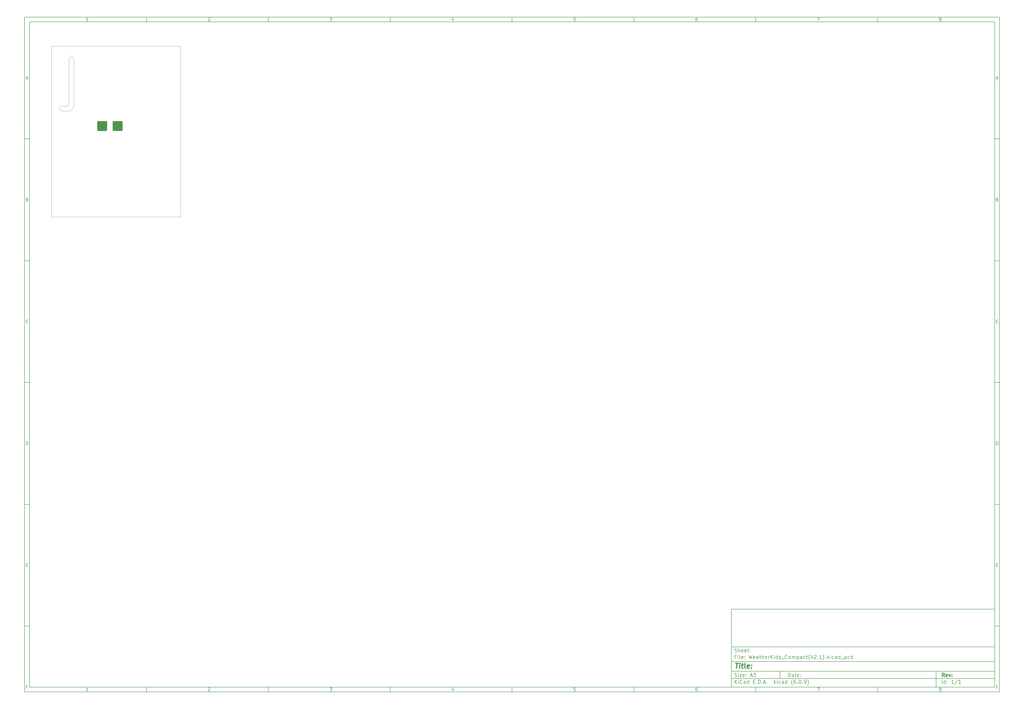
<source format=gbr>
%TF.GenerationSoftware,KiCad,Pcbnew,(6.0.9)*%
%TF.CreationDate,2023-07-18T14:40:25+05:30*%
%TF.ProjectId,WeatherKids_Compact(V2.1),57656174-6865-4724-9b69-64735f436f6d,rev?*%
%TF.SameCoordinates,PX1406f40PY14fb180*%
%TF.FileFunction,Paste,Bot*%
%TF.FilePolarity,Positive*%
%FSLAX46Y46*%
G04 Gerber Fmt 4.6, Leading zero omitted, Abs format (unit mm)*
G04 Created by KiCad (PCBNEW (6.0.9)) date 2023-07-18 14:40:25*
%MOMM*%
%LPD*%
G01*
G04 APERTURE LIST*
G04 Aperture macros list*
%AMRoundRect*
0 Rectangle with rounded corners*
0 $1 Rounding radius*
0 $2 $3 $4 $5 $6 $7 $8 $9 X,Y pos of 4 corners*
0 Add a 4 corners polygon primitive as box body*
4,1,4,$2,$3,$4,$5,$6,$7,$8,$9,$2,$3,0*
0 Add four circle primitives for the rounded corners*
1,1,$1+$1,$2,$3*
1,1,$1+$1,$4,$5*
1,1,$1+$1,$6,$7*
1,1,$1+$1,$8,$9*
0 Add four rect primitives between the rounded corners*
20,1,$1+$1,$2,$3,$4,$5,0*
20,1,$1+$1,$4,$5,$6,$7,0*
20,1,$1+$1,$6,$7,$8,$9,0*
20,1,$1+$1,$8,$9,$2,$3,0*%
G04 Aperture macros list end*
%ADD10C,0.100000*%
%ADD11C,0.150000*%
%ADD12C,0.300000*%
%ADD13C,0.400000*%
%TA.AperFunction,Profile*%
%ADD14C,0.050000*%
%TD*%
%ADD15RoundRect,0.227272X-1.772728X-1.772728X1.772728X-1.772728X1.772728X1.772728X-1.772728X1.772728X0*%
G04 APERTURE END LIST*
D10*
D11*
X278989000Y-231002200D02*
X278989000Y-263002200D01*
X386989000Y-263002200D01*
X386989000Y-231002200D01*
X278989000Y-231002200D01*
D10*
D11*
X-11000000Y12000000D02*
X-11000000Y-265002200D01*
X388989000Y-265002200D01*
X388989000Y12000000D01*
X-11000000Y12000000D01*
D10*
D11*
X-9000000Y10000000D02*
X-9000000Y-263002200D01*
X386989000Y-263002200D01*
X386989000Y10000000D01*
X-9000000Y10000000D01*
D10*
D11*
X39000000Y10000000D02*
X39000000Y12000000D01*
D10*
D11*
X89000000Y10000000D02*
X89000000Y12000000D01*
D10*
D11*
X139000000Y10000000D02*
X139000000Y12000000D01*
D10*
D11*
X189000000Y10000000D02*
X189000000Y12000000D01*
D10*
D11*
X239000000Y10000000D02*
X239000000Y12000000D01*
D10*
D11*
X289000000Y10000000D02*
X289000000Y12000000D01*
D10*
D11*
X339000000Y10000000D02*
X339000000Y12000000D01*
D10*
D11*
X15065476Y10411905D02*
X14322619Y10411905D01*
X14694047Y10411905D02*
X14694047Y11711905D01*
X14570238Y11526191D01*
X14446428Y11402381D01*
X14322619Y11340477D01*
D10*
D11*
X64322619Y11588096D02*
X64384523Y11650000D01*
X64508333Y11711905D01*
X64817857Y11711905D01*
X64941666Y11650000D01*
X65003571Y11588096D01*
X65065476Y11464286D01*
X65065476Y11340477D01*
X65003571Y11154762D01*
X64260714Y10411905D01*
X65065476Y10411905D01*
D10*
D11*
X114260714Y11711905D02*
X115065476Y11711905D01*
X114632142Y11216667D01*
X114817857Y11216667D01*
X114941666Y11154762D01*
X115003571Y11092858D01*
X115065476Y10969048D01*
X115065476Y10659524D01*
X115003571Y10535715D01*
X114941666Y10473810D01*
X114817857Y10411905D01*
X114446428Y10411905D01*
X114322619Y10473810D01*
X114260714Y10535715D01*
D10*
D11*
X164941666Y11278572D02*
X164941666Y10411905D01*
X164632142Y11773810D02*
X164322619Y10845239D01*
X165127380Y10845239D01*
D10*
D11*
X215003571Y11711905D02*
X214384523Y11711905D01*
X214322619Y11092858D01*
X214384523Y11154762D01*
X214508333Y11216667D01*
X214817857Y11216667D01*
X214941666Y11154762D01*
X215003571Y11092858D01*
X215065476Y10969048D01*
X215065476Y10659524D01*
X215003571Y10535715D01*
X214941666Y10473810D01*
X214817857Y10411905D01*
X214508333Y10411905D01*
X214384523Y10473810D01*
X214322619Y10535715D01*
D10*
D11*
X264941666Y11711905D02*
X264694047Y11711905D01*
X264570238Y11650000D01*
X264508333Y11588096D01*
X264384523Y11402381D01*
X264322619Y11154762D01*
X264322619Y10659524D01*
X264384523Y10535715D01*
X264446428Y10473810D01*
X264570238Y10411905D01*
X264817857Y10411905D01*
X264941666Y10473810D01*
X265003571Y10535715D01*
X265065476Y10659524D01*
X265065476Y10969048D01*
X265003571Y11092858D01*
X264941666Y11154762D01*
X264817857Y11216667D01*
X264570238Y11216667D01*
X264446428Y11154762D01*
X264384523Y11092858D01*
X264322619Y10969048D01*
D10*
D11*
X314260714Y11711905D02*
X315127380Y11711905D01*
X314570238Y10411905D01*
D10*
D11*
X364570238Y11154762D02*
X364446428Y11216667D01*
X364384523Y11278572D01*
X364322619Y11402381D01*
X364322619Y11464286D01*
X364384523Y11588096D01*
X364446428Y11650000D01*
X364570238Y11711905D01*
X364817857Y11711905D01*
X364941666Y11650000D01*
X365003571Y11588096D01*
X365065476Y11464286D01*
X365065476Y11402381D01*
X365003571Y11278572D01*
X364941666Y11216667D01*
X364817857Y11154762D01*
X364570238Y11154762D01*
X364446428Y11092858D01*
X364384523Y11030953D01*
X364322619Y10907143D01*
X364322619Y10659524D01*
X364384523Y10535715D01*
X364446428Y10473810D01*
X364570238Y10411905D01*
X364817857Y10411905D01*
X364941666Y10473810D01*
X365003571Y10535715D01*
X365065476Y10659524D01*
X365065476Y10907143D01*
X365003571Y11030953D01*
X364941666Y11092858D01*
X364817857Y11154762D01*
D10*
D11*
X39000000Y-263002200D02*
X39000000Y-265002200D01*
D10*
D11*
X89000000Y-263002200D02*
X89000000Y-265002200D01*
D10*
D11*
X139000000Y-263002200D02*
X139000000Y-265002200D01*
D10*
D11*
X189000000Y-263002200D02*
X189000000Y-265002200D01*
D10*
D11*
X239000000Y-263002200D02*
X239000000Y-265002200D01*
D10*
D11*
X289000000Y-263002200D02*
X289000000Y-265002200D01*
D10*
D11*
X339000000Y-263002200D02*
X339000000Y-265002200D01*
D10*
D11*
X15065476Y-264590295D02*
X14322619Y-264590295D01*
X14694047Y-264590295D02*
X14694047Y-263290295D01*
X14570238Y-263476009D01*
X14446428Y-263599819D01*
X14322619Y-263661723D01*
D10*
D11*
X64322619Y-263414104D02*
X64384523Y-263352200D01*
X64508333Y-263290295D01*
X64817857Y-263290295D01*
X64941666Y-263352200D01*
X65003571Y-263414104D01*
X65065476Y-263537914D01*
X65065476Y-263661723D01*
X65003571Y-263847438D01*
X64260714Y-264590295D01*
X65065476Y-264590295D01*
D10*
D11*
X114260714Y-263290295D02*
X115065476Y-263290295D01*
X114632142Y-263785533D01*
X114817857Y-263785533D01*
X114941666Y-263847438D01*
X115003571Y-263909342D01*
X115065476Y-264033152D01*
X115065476Y-264342676D01*
X115003571Y-264466485D01*
X114941666Y-264528390D01*
X114817857Y-264590295D01*
X114446428Y-264590295D01*
X114322619Y-264528390D01*
X114260714Y-264466485D01*
D10*
D11*
X164941666Y-263723628D02*
X164941666Y-264590295D01*
X164632142Y-263228390D02*
X164322619Y-264156961D01*
X165127380Y-264156961D01*
D10*
D11*
X215003571Y-263290295D02*
X214384523Y-263290295D01*
X214322619Y-263909342D01*
X214384523Y-263847438D01*
X214508333Y-263785533D01*
X214817857Y-263785533D01*
X214941666Y-263847438D01*
X215003571Y-263909342D01*
X215065476Y-264033152D01*
X215065476Y-264342676D01*
X215003571Y-264466485D01*
X214941666Y-264528390D01*
X214817857Y-264590295D01*
X214508333Y-264590295D01*
X214384523Y-264528390D01*
X214322619Y-264466485D01*
D10*
D11*
X264941666Y-263290295D02*
X264694047Y-263290295D01*
X264570238Y-263352200D01*
X264508333Y-263414104D01*
X264384523Y-263599819D01*
X264322619Y-263847438D01*
X264322619Y-264342676D01*
X264384523Y-264466485D01*
X264446428Y-264528390D01*
X264570238Y-264590295D01*
X264817857Y-264590295D01*
X264941666Y-264528390D01*
X265003571Y-264466485D01*
X265065476Y-264342676D01*
X265065476Y-264033152D01*
X265003571Y-263909342D01*
X264941666Y-263847438D01*
X264817857Y-263785533D01*
X264570238Y-263785533D01*
X264446428Y-263847438D01*
X264384523Y-263909342D01*
X264322619Y-264033152D01*
D10*
D11*
X314260714Y-263290295D02*
X315127380Y-263290295D01*
X314570238Y-264590295D01*
D10*
D11*
X364570238Y-263847438D02*
X364446428Y-263785533D01*
X364384523Y-263723628D01*
X364322619Y-263599819D01*
X364322619Y-263537914D01*
X364384523Y-263414104D01*
X364446428Y-263352200D01*
X364570238Y-263290295D01*
X364817857Y-263290295D01*
X364941666Y-263352200D01*
X365003571Y-263414104D01*
X365065476Y-263537914D01*
X365065476Y-263599819D01*
X365003571Y-263723628D01*
X364941666Y-263785533D01*
X364817857Y-263847438D01*
X364570238Y-263847438D01*
X364446428Y-263909342D01*
X364384523Y-263971247D01*
X364322619Y-264095057D01*
X364322619Y-264342676D01*
X364384523Y-264466485D01*
X364446428Y-264528390D01*
X364570238Y-264590295D01*
X364817857Y-264590295D01*
X364941666Y-264528390D01*
X365003571Y-264466485D01*
X365065476Y-264342676D01*
X365065476Y-264095057D01*
X365003571Y-263971247D01*
X364941666Y-263909342D01*
X364817857Y-263847438D01*
D10*
D11*
X-11000000Y-38000000D02*
X-9000000Y-38000000D01*
D10*
D11*
X-11000000Y-88000000D02*
X-9000000Y-88000000D01*
D10*
D11*
X-11000000Y-138000000D02*
X-9000000Y-138000000D01*
D10*
D11*
X-11000000Y-188000000D02*
X-9000000Y-188000000D01*
D10*
D11*
X-11000000Y-238000000D02*
X-9000000Y-238000000D01*
D10*
D11*
X-10309524Y-13216666D02*
X-9690477Y-13216666D01*
X-10433334Y-13588095D02*
X-10000000Y-12288095D01*
X-9566667Y-13588095D01*
D10*
D11*
X-9907143Y-62907142D02*
X-9721429Y-62969047D01*
X-9659524Y-63030952D01*
X-9597620Y-63154761D01*
X-9597620Y-63340476D01*
X-9659524Y-63464285D01*
X-9721429Y-63526190D01*
X-9845239Y-63588095D01*
X-10340477Y-63588095D01*
X-10340477Y-62288095D01*
X-9907143Y-62288095D01*
X-9783334Y-62350000D01*
X-9721429Y-62411904D01*
X-9659524Y-62535714D01*
X-9659524Y-62659523D01*
X-9721429Y-62783333D01*
X-9783334Y-62845238D01*
X-9907143Y-62907142D01*
X-10340477Y-62907142D01*
D10*
D11*
X-9597620Y-113464285D02*
X-9659524Y-113526190D01*
X-9845239Y-113588095D01*
X-9969048Y-113588095D01*
X-10154762Y-113526190D01*
X-10278572Y-113402380D01*
X-10340477Y-113278571D01*
X-10402381Y-113030952D01*
X-10402381Y-112845238D01*
X-10340477Y-112597619D01*
X-10278572Y-112473809D01*
X-10154762Y-112350000D01*
X-9969048Y-112288095D01*
X-9845239Y-112288095D01*
X-9659524Y-112350000D01*
X-9597620Y-112411904D01*
D10*
D11*
X-10340477Y-163588095D02*
X-10340477Y-162288095D01*
X-10030953Y-162288095D01*
X-9845239Y-162350000D01*
X-9721429Y-162473809D01*
X-9659524Y-162597619D01*
X-9597620Y-162845238D01*
X-9597620Y-163030952D01*
X-9659524Y-163278571D01*
X-9721429Y-163402380D01*
X-9845239Y-163526190D01*
X-10030953Y-163588095D01*
X-10340477Y-163588095D01*
D10*
D11*
X-10278572Y-212907142D02*
X-9845239Y-212907142D01*
X-9659524Y-213588095D02*
X-10278572Y-213588095D01*
X-10278572Y-212288095D01*
X-9659524Y-212288095D01*
D10*
D11*
X-9814286Y-262907142D02*
X-10247620Y-262907142D01*
X-10247620Y-263588095D02*
X-10247620Y-262288095D01*
X-9628572Y-262288095D01*
D10*
D11*
X388989000Y-38000000D02*
X386989000Y-38000000D01*
D10*
D11*
X388989000Y-88000000D02*
X386989000Y-88000000D01*
D10*
D11*
X388989000Y-138000000D02*
X386989000Y-138000000D01*
D10*
D11*
X388989000Y-188000000D02*
X386989000Y-188000000D01*
D10*
D11*
X388989000Y-238000000D02*
X386989000Y-238000000D01*
D10*
D11*
X387679476Y-13216666D02*
X388298523Y-13216666D01*
X387555666Y-13588095D02*
X387989000Y-12288095D01*
X388422333Y-13588095D01*
D10*
D11*
X388081857Y-62907142D02*
X388267571Y-62969047D01*
X388329476Y-63030952D01*
X388391380Y-63154761D01*
X388391380Y-63340476D01*
X388329476Y-63464285D01*
X388267571Y-63526190D01*
X388143761Y-63588095D01*
X387648523Y-63588095D01*
X387648523Y-62288095D01*
X388081857Y-62288095D01*
X388205666Y-62350000D01*
X388267571Y-62411904D01*
X388329476Y-62535714D01*
X388329476Y-62659523D01*
X388267571Y-62783333D01*
X388205666Y-62845238D01*
X388081857Y-62907142D01*
X387648523Y-62907142D01*
D10*
D11*
X388391380Y-113464285D02*
X388329476Y-113526190D01*
X388143761Y-113588095D01*
X388019952Y-113588095D01*
X387834238Y-113526190D01*
X387710428Y-113402380D01*
X387648523Y-113278571D01*
X387586619Y-113030952D01*
X387586619Y-112845238D01*
X387648523Y-112597619D01*
X387710428Y-112473809D01*
X387834238Y-112350000D01*
X388019952Y-112288095D01*
X388143761Y-112288095D01*
X388329476Y-112350000D01*
X388391380Y-112411904D01*
D10*
D11*
X387648523Y-163588095D02*
X387648523Y-162288095D01*
X387958047Y-162288095D01*
X388143761Y-162350000D01*
X388267571Y-162473809D01*
X388329476Y-162597619D01*
X388391380Y-162845238D01*
X388391380Y-163030952D01*
X388329476Y-163278571D01*
X388267571Y-163402380D01*
X388143761Y-163526190D01*
X387958047Y-163588095D01*
X387648523Y-163588095D01*
D10*
D11*
X387710428Y-212907142D02*
X388143761Y-212907142D01*
X388329476Y-213588095D02*
X387710428Y-213588095D01*
X387710428Y-212288095D01*
X388329476Y-212288095D01*
D10*
D11*
X388174714Y-262907142D02*
X387741380Y-262907142D01*
X387741380Y-263588095D02*
X387741380Y-262288095D01*
X388360428Y-262288095D01*
D10*
D11*
X302421142Y-258780771D02*
X302421142Y-257280771D01*
X302778285Y-257280771D01*
X302992571Y-257352200D01*
X303135428Y-257495057D01*
X303206857Y-257637914D01*
X303278285Y-257923628D01*
X303278285Y-258137914D01*
X303206857Y-258423628D01*
X303135428Y-258566485D01*
X302992571Y-258709342D01*
X302778285Y-258780771D01*
X302421142Y-258780771D01*
X304564000Y-258780771D02*
X304564000Y-257995057D01*
X304492571Y-257852200D01*
X304349714Y-257780771D01*
X304064000Y-257780771D01*
X303921142Y-257852200D01*
X304564000Y-258709342D02*
X304421142Y-258780771D01*
X304064000Y-258780771D01*
X303921142Y-258709342D01*
X303849714Y-258566485D01*
X303849714Y-258423628D01*
X303921142Y-258280771D01*
X304064000Y-258209342D01*
X304421142Y-258209342D01*
X304564000Y-258137914D01*
X305064000Y-257780771D02*
X305635428Y-257780771D01*
X305278285Y-257280771D02*
X305278285Y-258566485D01*
X305349714Y-258709342D01*
X305492571Y-258780771D01*
X305635428Y-258780771D01*
X306706857Y-258709342D02*
X306564000Y-258780771D01*
X306278285Y-258780771D01*
X306135428Y-258709342D01*
X306064000Y-258566485D01*
X306064000Y-257995057D01*
X306135428Y-257852200D01*
X306278285Y-257780771D01*
X306564000Y-257780771D01*
X306706857Y-257852200D01*
X306778285Y-257995057D01*
X306778285Y-258137914D01*
X306064000Y-258280771D01*
X307421142Y-258637914D02*
X307492571Y-258709342D01*
X307421142Y-258780771D01*
X307349714Y-258709342D01*
X307421142Y-258637914D01*
X307421142Y-258780771D01*
X307421142Y-257852200D02*
X307492571Y-257923628D01*
X307421142Y-257995057D01*
X307349714Y-257923628D01*
X307421142Y-257852200D01*
X307421142Y-257995057D01*
D10*
D11*
X278989000Y-259502200D02*
X386989000Y-259502200D01*
D10*
D11*
X280421142Y-261580771D02*
X280421142Y-260080771D01*
X281278285Y-261580771D02*
X280635428Y-260723628D01*
X281278285Y-260080771D02*
X280421142Y-260937914D01*
X281921142Y-261580771D02*
X281921142Y-260580771D01*
X281921142Y-260080771D02*
X281849714Y-260152200D01*
X281921142Y-260223628D01*
X281992571Y-260152200D01*
X281921142Y-260080771D01*
X281921142Y-260223628D01*
X283492571Y-261437914D02*
X283421142Y-261509342D01*
X283206857Y-261580771D01*
X283064000Y-261580771D01*
X282849714Y-261509342D01*
X282706857Y-261366485D01*
X282635428Y-261223628D01*
X282564000Y-260937914D01*
X282564000Y-260723628D01*
X282635428Y-260437914D01*
X282706857Y-260295057D01*
X282849714Y-260152200D01*
X283064000Y-260080771D01*
X283206857Y-260080771D01*
X283421142Y-260152200D01*
X283492571Y-260223628D01*
X284778285Y-261580771D02*
X284778285Y-260795057D01*
X284706857Y-260652200D01*
X284564000Y-260580771D01*
X284278285Y-260580771D01*
X284135428Y-260652200D01*
X284778285Y-261509342D02*
X284635428Y-261580771D01*
X284278285Y-261580771D01*
X284135428Y-261509342D01*
X284064000Y-261366485D01*
X284064000Y-261223628D01*
X284135428Y-261080771D01*
X284278285Y-261009342D01*
X284635428Y-261009342D01*
X284778285Y-260937914D01*
X286135428Y-261580771D02*
X286135428Y-260080771D01*
X286135428Y-261509342D02*
X285992571Y-261580771D01*
X285706857Y-261580771D01*
X285564000Y-261509342D01*
X285492571Y-261437914D01*
X285421142Y-261295057D01*
X285421142Y-260866485D01*
X285492571Y-260723628D01*
X285564000Y-260652200D01*
X285706857Y-260580771D01*
X285992571Y-260580771D01*
X286135428Y-260652200D01*
X287992571Y-260795057D02*
X288492571Y-260795057D01*
X288706857Y-261580771D02*
X287992571Y-261580771D01*
X287992571Y-260080771D01*
X288706857Y-260080771D01*
X289349714Y-261437914D02*
X289421142Y-261509342D01*
X289349714Y-261580771D01*
X289278285Y-261509342D01*
X289349714Y-261437914D01*
X289349714Y-261580771D01*
X290064000Y-261580771D02*
X290064000Y-260080771D01*
X290421142Y-260080771D01*
X290635428Y-260152200D01*
X290778285Y-260295057D01*
X290849714Y-260437914D01*
X290921142Y-260723628D01*
X290921142Y-260937914D01*
X290849714Y-261223628D01*
X290778285Y-261366485D01*
X290635428Y-261509342D01*
X290421142Y-261580771D01*
X290064000Y-261580771D01*
X291564000Y-261437914D02*
X291635428Y-261509342D01*
X291564000Y-261580771D01*
X291492571Y-261509342D01*
X291564000Y-261437914D01*
X291564000Y-261580771D01*
X292206857Y-261152200D02*
X292921142Y-261152200D01*
X292064000Y-261580771D02*
X292564000Y-260080771D01*
X293064000Y-261580771D01*
X293564000Y-261437914D02*
X293635428Y-261509342D01*
X293564000Y-261580771D01*
X293492571Y-261509342D01*
X293564000Y-261437914D01*
X293564000Y-261580771D01*
X296564000Y-261580771D02*
X296564000Y-260080771D01*
X296706857Y-261009342D02*
X297135428Y-261580771D01*
X297135428Y-260580771D02*
X296564000Y-261152200D01*
X297778285Y-261580771D02*
X297778285Y-260580771D01*
X297778285Y-260080771D02*
X297706857Y-260152200D01*
X297778285Y-260223628D01*
X297849714Y-260152200D01*
X297778285Y-260080771D01*
X297778285Y-260223628D01*
X299135428Y-261509342D02*
X298992571Y-261580771D01*
X298706857Y-261580771D01*
X298564000Y-261509342D01*
X298492571Y-261437914D01*
X298421142Y-261295057D01*
X298421142Y-260866485D01*
X298492571Y-260723628D01*
X298564000Y-260652200D01*
X298706857Y-260580771D01*
X298992571Y-260580771D01*
X299135428Y-260652200D01*
X300421142Y-261580771D02*
X300421142Y-260795057D01*
X300349714Y-260652200D01*
X300206857Y-260580771D01*
X299921142Y-260580771D01*
X299778285Y-260652200D01*
X300421142Y-261509342D02*
X300278285Y-261580771D01*
X299921142Y-261580771D01*
X299778285Y-261509342D01*
X299706857Y-261366485D01*
X299706857Y-261223628D01*
X299778285Y-261080771D01*
X299921142Y-261009342D01*
X300278285Y-261009342D01*
X300421142Y-260937914D01*
X301778285Y-261580771D02*
X301778285Y-260080771D01*
X301778285Y-261509342D02*
X301635428Y-261580771D01*
X301349714Y-261580771D01*
X301206857Y-261509342D01*
X301135428Y-261437914D01*
X301064000Y-261295057D01*
X301064000Y-260866485D01*
X301135428Y-260723628D01*
X301206857Y-260652200D01*
X301349714Y-260580771D01*
X301635428Y-260580771D01*
X301778285Y-260652200D01*
X304064000Y-262152200D02*
X303992571Y-262080771D01*
X303849714Y-261866485D01*
X303778285Y-261723628D01*
X303706857Y-261509342D01*
X303635428Y-261152200D01*
X303635428Y-260866485D01*
X303706857Y-260509342D01*
X303778285Y-260295057D01*
X303849714Y-260152200D01*
X303992571Y-259937914D01*
X304064000Y-259866485D01*
X305278285Y-260080771D02*
X304992571Y-260080771D01*
X304849714Y-260152200D01*
X304778285Y-260223628D01*
X304635428Y-260437914D01*
X304564000Y-260723628D01*
X304564000Y-261295057D01*
X304635428Y-261437914D01*
X304706857Y-261509342D01*
X304849714Y-261580771D01*
X305135428Y-261580771D01*
X305278285Y-261509342D01*
X305349714Y-261437914D01*
X305421142Y-261295057D01*
X305421142Y-260937914D01*
X305349714Y-260795057D01*
X305278285Y-260723628D01*
X305135428Y-260652200D01*
X304849714Y-260652200D01*
X304706857Y-260723628D01*
X304635428Y-260795057D01*
X304564000Y-260937914D01*
X306064000Y-261437914D02*
X306135428Y-261509342D01*
X306064000Y-261580771D01*
X305992571Y-261509342D01*
X306064000Y-261437914D01*
X306064000Y-261580771D01*
X307064000Y-260080771D02*
X307206857Y-260080771D01*
X307349714Y-260152200D01*
X307421142Y-260223628D01*
X307492571Y-260366485D01*
X307564000Y-260652200D01*
X307564000Y-261009342D01*
X307492571Y-261295057D01*
X307421142Y-261437914D01*
X307349714Y-261509342D01*
X307206857Y-261580771D01*
X307064000Y-261580771D01*
X306921142Y-261509342D01*
X306849714Y-261437914D01*
X306778285Y-261295057D01*
X306706857Y-261009342D01*
X306706857Y-260652200D01*
X306778285Y-260366485D01*
X306849714Y-260223628D01*
X306921142Y-260152200D01*
X307064000Y-260080771D01*
X308206857Y-261437914D02*
X308278285Y-261509342D01*
X308206857Y-261580771D01*
X308135428Y-261509342D01*
X308206857Y-261437914D01*
X308206857Y-261580771D01*
X308992571Y-261580771D02*
X309278285Y-261580771D01*
X309421142Y-261509342D01*
X309492571Y-261437914D01*
X309635428Y-261223628D01*
X309706857Y-260937914D01*
X309706857Y-260366485D01*
X309635428Y-260223628D01*
X309564000Y-260152200D01*
X309421142Y-260080771D01*
X309135428Y-260080771D01*
X308992571Y-260152200D01*
X308921142Y-260223628D01*
X308849714Y-260366485D01*
X308849714Y-260723628D01*
X308921142Y-260866485D01*
X308992571Y-260937914D01*
X309135428Y-261009342D01*
X309421142Y-261009342D01*
X309564000Y-260937914D01*
X309635428Y-260866485D01*
X309706857Y-260723628D01*
X310206857Y-262152200D02*
X310278285Y-262080771D01*
X310421142Y-261866485D01*
X310492571Y-261723628D01*
X310564000Y-261509342D01*
X310635428Y-261152200D01*
X310635428Y-260866485D01*
X310564000Y-260509342D01*
X310492571Y-260295057D01*
X310421142Y-260152200D01*
X310278285Y-259937914D01*
X310206857Y-259866485D01*
D10*
D11*
X278989000Y-256502200D02*
X386989000Y-256502200D01*
D10*
D12*
X366398285Y-258780771D02*
X365898285Y-258066485D01*
X365541142Y-258780771D02*
X365541142Y-257280771D01*
X366112571Y-257280771D01*
X366255428Y-257352200D01*
X366326857Y-257423628D01*
X366398285Y-257566485D01*
X366398285Y-257780771D01*
X366326857Y-257923628D01*
X366255428Y-257995057D01*
X366112571Y-258066485D01*
X365541142Y-258066485D01*
X367612571Y-258709342D02*
X367469714Y-258780771D01*
X367184000Y-258780771D01*
X367041142Y-258709342D01*
X366969714Y-258566485D01*
X366969714Y-257995057D01*
X367041142Y-257852200D01*
X367184000Y-257780771D01*
X367469714Y-257780771D01*
X367612571Y-257852200D01*
X367684000Y-257995057D01*
X367684000Y-258137914D01*
X366969714Y-258280771D01*
X368184000Y-257780771D02*
X368541142Y-258780771D01*
X368898285Y-257780771D01*
X369469714Y-258637914D02*
X369541142Y-258709342D01*
X369469714Y-258780771D01*
X369398285Y-258709342D01*
X369469714Y-258637914D01*
X369469714Y-258780771D01*
X369469714Y-257852200D02*
X369541142Y-257923628D01*
X369469714Y-257995057D01*
X369398285Y-257923628D01*
X369469714Y-257852200D01*
X369469714Y-257995057D01*
D10*
D11*
X280349714Y-258709342D02*
X280564000Y-258780771D01*
X280921142Y-258780771D01*
X281064000Y-258709342D01*
X281135428Y-258637914D01*
X281206857Y-258495057D01*
X281206857Y-258352200D01*
X281135428Y-258209342D01*
X281064000Y-258137914D01*
X280921142Y-258066485D01*
X280635428Y-257995057D01*
X280492571Y-257923628D01*
X280421142Y-257852200D01*
X280349714Y-257709342D01*
X280349714Y-257566485D01*
X280421142Y-257423628D01*
X280492571Y-257352200D01*
X280635428Y-257280771D01*
X280992571Y-257280771D01*
X281206857Y-257352200D01*
X281849714Y-258780771D02*
X281849714Y-257780771D01*
X281849714Y-257280771D02*
X281778285Y-257352200D01*
X281849714Y-257423628D01*
X281921142Y-257352200D01*
X281849714Y-257280771D01*
X281849714Y-257423628D01*
X282421142Y-257780771D02*
X283206857Y-257780771D01*
X282421142Y-258780771D01*
X283206857Y-258780771D01*
X284349714Y-258709342D02*
X284206857Y-258780771D01*
X283921142Y-258780771D01*
X283778285Y-258709342D01*
X283706857Y-258566485D01*
X283706857Y-257995057D01*
X283778285Y-257852200D01*
X283921142Y-257780771D01*
X284206857Y-257780771D01*
X284349714Y-257852200D01*
X284421142Y-257995057D01*
X284421142Y-258137914D01*
X283706857Y-258280771D01*
X285064000Y-258637914D02*
X285135428Y-258709342D01*
X285064000Y-258780771D01*
X284992571Y-258709342D01*
X285064000Y-258637914D01*
X285064000Y-258780771D01*
X285064000Y-257852200D02*
X285135428Y-257923628D01*
X285064000Y-257995057D01*
X284992571Y-257923628D01*
X285064000Y-257852200D01*
X285064000Y-257995057D01*
X286849714Y-258352200D02*
X287564000Y-258352200D01*
X286706857Y-258780771D02*
X287206857Y-257280771D01*
X287706857Y-258780771D01*
X288064000Y-257280771D02*
X288992571Y-257280771D01*
X288492571Y-257852200D01*
X288706857Y-257852200D01*
X288849714Y-257923628D01*
X288921142Y-257995057D01*
X288992571Y-258137914D01*
X288992571Y-258495057D01*
X288921142Y-258637914D01*
X288849714Y-258709342D01*
X288706857Y-258780771D01*
X288278285Y-258780771D01*
X288135428Y-258709342D01*
X288064000Y-258637914D01*
D10*
D11*
X365421142Y-261580771D02*
X365421142Y-260080771D01*
X366778285Y-261580771D02*
X366778285Y-260080771D01*
X366778285Y-261509342D02*
X366635428Y-261580771D01*
X366349714Y-261580771D01*
X366206857Y-261509342D01*
X366135428Y-261437914D01*
X366064000Y-261295057D01*
X366064000Y-260866485D01*
X366135428Y-260723628D01*
X366206857Y-260652200D01*
X366349714Y-260580771D01*
X366635428Y-260580771D01*
X366778285Y-260652200D01*
X367492571Y-261437914D02*
X367564000Y-261509342D01*
X367492571Y-261580771D01*
X367421142Y-261509342D01*
X367492571Y-261437914D01*
X367492571Y-261580771D01*
X367492571Y-260652200D02*
X367564000Y-260723628D01*
X367492571Y-260795057D01*
X367421142Y-260723628D01*
X367492571Y-260652200D01*
X367492571Y-260795057D01*
X370135428Y-261580771D02*
X369278285Y-261580771D01*
X369706857Y-261580771D02*
X369706857Y-260080771D01*
X369564000Y-260295057D01*
X369421142Y-260437914D01*
X369278285Y-260509342D01*
X371849714Y-260009342D02*
X370564000Y-261937914D01*
X373135428Y-261580771D02*
X372278285Y-261580771D01*
X372706857Y-261580771D02*
X372706857Y-260080771D01*
X372564000Y-260295057D01*
X372421142Y-260437914D01*
X372278285Y-260509342D01*
D10*
D11*
X278989000Y-252502200D02*
X386989000Y-252502200D01*
D10*
D13*
X280701380Y-253206961D02*
X281844238Y-253206961D01*
X281022809Y-255206961D02*
X281272809Y-253206961D01*
X282260904Y-255206961D02*
X282427571Y-253873628D01*
X282510904Y-253206961D02*
X282403761Y-253302200D01*
X282487095Y-253397438D01*
X282594238Y-253302200D01*
X282510904Y-253206961D01*
X282487095Y-253397438D01*
X283094238Y-253873628D02*
X283856142Y-253873628D01*
X283463285Y-253206961D02*
X283249000Y-254921247D01*
X283320428Y-255111723D01*
X283499000Y-255206961D01*
X283689476Y-255206961D01*
X284641857Y-255206961D02*
X284463285Y-255111723D01*
X284391857Y-254921247D01*
X284606142Y-253206961D01*
X286177571Y-255111723D02*
X285975190Y-255206961D01*
X285594238Y-255206961D01*
X285415666Y-255111723D01*
X285344238Y-254921247D01*
X285439476Y-254159342D01*
X285558523Y-253968866D01*
X285760904Y-253873628D01*
X286141857Y-253873628D01*
X286320428Y-253968866D01*
X286391857Y-254159342D01*
X286368047Y-254349819D01*
X285391857Y-254540295D01*
X287141857Y-255016485D02*
X287225190Y-255111723D01*
X287118047Y-255206961D01*
X287034714Y-255111723D01*
X287141857Y-255016485D01*
X287118047Y-255206961D01*
X287272809Y-253968866D02*
X287356142Y-254064104D01*
X287249000Y-254159342D01*
X287165666Y-254064104D01*
X287272809Y-253968866D01*
X287249000Y-254159342D01*
D10*
D11*
X280921142Y-250595057D02*
X280421142Y-250595057D01*
X280421142Y-251380771D02*
X280421142Y-249880771D01*
X281135428Y-249880771D01*
X281706857Y-251380771D02*
X281706857Y-250380771D01*
X281706857Y-249880771D02*
X281635428Y-249952200D01*
X281706857Y-250023628D01*
X281778285Y-249952200D01*
X281706857Y-249880771D01*
X281706857Y-250023628D01*
X282635428Y-251380771D02*
X282492571Y-251309342D01*
X282421142Y-251166485D01*
X282421142Y-249880771D01*
X283778285Y-251309342D02*
X283635428Y-251380771D01*
X283349714Y-251380771D01*
X283206857Y-251309342D01*
X283135428Y-251166485D01*
X283135428Y-250595057D01*
X283206857Y-250452200D01*
X283349714Y-250380771D01*
X283635428Y-250380771D01*
X283778285Y-250452200D01*
X283849714Y-250595057D01*
X283849714Y-250737914D01*
X283135428Y-250880771D01*
X284492571Y-251237914D02*
X284564000Y-251309342D01*
X284492571Y-251380771D01*
X284421142Y-251309342D01*
X284492571Y-251237914D01*
X284492571Y-251380771D01*
X284492571Y-250452200D02*
X284564000Y-250523628D01*
X284492571Y-250595057D01*
X284421142Y-250523628D01*
X284492571Y-250452200D01*
X284492571Y-250595057D01*
X286206857Y-249880771D02*
X286564000Y-251380771D01*
X286849714Y-250309342D01*
X287135428Y-251380771D01*
X287492571Y-249880771D01*
X288635428Y-251309342D02*
X288492571Y-251380771D01*
X288206857Y-251380771D01*
X288064000Y-251309342D01*
X287992571Y-251166485D01*
X287992571Y-250595057D01*
X288064000Y-250452200D01*
X288206857Y-250380771D01*
X288492571Y-250380771D01*
X288635428Y-250452200D01*
X288706857Y-250595057D01*
X288706857Y-250737914D01*
X287992571Y-250880771D01*
X289992571Y-251380771D02*
X289992571Y-250595057D01*
X289921142Y-250452200D01*
X289778285Y-250380771D01*
X289492571Y-250380771D01*
X289349714Y-250452200D01*
X289992571Y-251309342D02*
X289849714Y-251380771D01*
X289492571Y-251380771D01*
X289349714Y-251309342D01*
X289278285Y-251166485D01*
X289278285Y-251023628D01*
X289349714Y-250880771D01*
X289492571Y-250809342D01*
X289849714Y-250809342D01*
X289992571Y-250737914D01*
X290492571Y-250380771D02*
X291064000Y-250380771D01*
X290706857Y-249880771D02*
X290706857Y-251166485D01*
X290778285Y-251309342D01*
X290921142Y-251380771D01*
X291064000Y-251380771D01*
X291564000Y-251380771D02*
X291564000Y-249880771D01*
X292206857Y-251380771D02*
X292206857Y-250595057D01*
X292135428Y-250452200D01*
X291992571Y-250380771D01*
X291778285Y-250380771D01*
X291635428Y-250452200D01*
X291564000Y-250523628D01*
X293492571Y-251309342D02*
X293349714Y-251380771D01*
X293064000Y-251380771D01*
X292921142Y-251309342D01*
X292849714Y-251166485D01*
X292849714Y-250595057D01*
X292921142Y-250452200D01*
X293064000Y-250380771D01*
X293349714Y-250380771D01*
X293492571Y-250452200D01*
X293564000Y-250595057D01*
X293564000Y-250737914D01*
X292849714Y-250880771D01*
X294206857Y-251380771D02*
X294206857Y-250380771D01*
X294206857Y-250666485D02*
X294278285Y-250523628D01*
X294349714Y-250452200D01*
X294492571Y-250380771D01*
X294635428Y-250380771D01*
X295135428Y-251380771D02*
X295135428Y-249880771D01*
X295992571Y-251380771D02*
X295349714Y-250523628D01*
X295992571Y-249880771D02*
X295135428Y-250737914D01*
X296635428Y-251380771D02*
X296635428Y-250380771D01*
X296635428Y-249880771D02*
X296564000Y-249952200D01*
X296635428Y-250023628D01*
X296706857Y-249952200D01*
X296635428Y-249880771D01*
X296635428Y-250023628D01*
X297992571Y-251380771D02*
X297992571Y-249880771D01*
X297992571Y-251309342D02*
X297849714Y-251380771D01*
X297564000Y-251380771D01*
X297421142Y-251309342D01*
X297349714Y-251237914D01*
X297278285Y-251095057D01*
X297278285Y-250666485D01*
X297349714Y-250523628D01*
X297421142Y-250452200D01*
X297564000Y-250380771D01*
X297849714Y-250380771D01*
X297992571Y-250452200D01*
X298635428Y-251309342D02*
X298778285Y-251380771D01*
X299064000Y-251380771D01*
X299206857Y-251309342D01*
X299278285Y-251166485D01*
X299278285Y-251095057D01*
X299206857Y-250952200D01*
X299064000Y-250880771D01*
X298849714Y-250880771D01*
X298706857Y-250809342D01*
X298635428Y-250666485D01*
X298635428Y-250595057D01*
X298706857Y-250452200D01*
X298849714Y-250380771D01*
X299064000Y-250380771D01*
X299206857Y-250452200D01*
X299564000Y-251523628D02*
X300706857Y-251523628D01*
X301921142Y-251237914D02*
X301849714Y-251309342D01*
X301635428Y-251380771D01*
X301492571Y-251380771D01*
X301278285Y-251309342D01*
X301135428Y-251166485D01*
X301064000Y-251023628D01*
X300992571Y-250737914D01*
X300992571Y-250523628D01*
X301064000Y-250237914D01*
X301135428Y-250095057D01*
X301278285Y-249952200D01*
X301492571Y-249880771D01*
X301635428Y-249880771D01*
X301849714Y-249952200D01*
X301921142Y-250023628D01*
X302778285Y-251380771D02*
X302635428Y-251309342D01*
X302564000Y-251237914D01*
X302492571Y-251095057D01*
X302492571Y-250666485D01*
X302564000Y-250523628D01*
X302635428Y-250452200D01*
X302778285Y-250380771D01*
X302992571Y-250380771D01*
X303135428Y-250452200D01*
X303206857Y-250523628D01*
X303278285Y-250666485D01*
X303278285Y-251095057D01*
X303206857Y-251237914D01*
X303135428Y-251309342D01*
X302992571Y-251380771D01*
X302778285Y-251380771D01*
X303921142Y-251380771D02*
X303921142Y-250380771D01*
X303921142Y-250523628D02*
X303992571Y-250452200D01*
X304135428Y-250380771D01*
X304349714Y-250380771D01*
X304492571Y-250452200D01*
X304564000Y-250595057D01*
X304564000Y-251380771D01*
X304564000Y-250595057D02*
X304635428Y-250452200D01*
X304778285Y-250380771D01*
X304992571Y-250380771D01*
X305135428Y-250452200D01*
X305206857Y-250595057D01*
X305206857Y-251380771D01*
X305921142Y-250380771D02*
X305921142Y-251880771D01*
X305921142Y-250452200D02*
X306064000Y-250380771D01*
X306349714Y-250380771D01*
X306492571Y-250452200D01*
X306564000Y-250523628D01*
X306635428Y-250666485D01*
X306635428Y-251095057D01*
X306564000Y-251237914D01*
X306492571Y-251309342D01*
X306349714Y-251380771D01*
X306064000Y-251380771D01*
X305921142Y-251309342D01*
X307921142Y-251380771D02*
X307921142Y-250595057D01*
X307849714Y-250452200D01*
X307706857Y-250380771D01*
X307421142Y-250380771D01*
X307278285Y-250452200D01*
X307921142Y-251309342D02*
X307778285Y-251380771D01*
X307421142Y-251380771D01*
X307278285Y-251309342D01*
X307206857Y-251166485D01*
X307206857Y-251023628D01*
X307278285Y-250880771D01*
X307421142Y-250809342D01*
X307778285Y-250809342D01*
X307921142Y-250737914D01*
X309278285Y-251309342D02*
X309135428Y-251380771D01*
X308849714Y-251380771D01*
X308706857Y-251309342D01*
X308635428Y-251237914D01*
X308564000Y-251095057D01*
X308564000Y-250666485D01*
X308635428Y-250523628D01*
X308706857Y-250452200D01*
X308849714Y-250380771D01*
X309135428Y-250380771D01*
X309278285Y-250452200D01*
X309706857Y-250380771D02*
X310278285Y-250380771D01*
X309921142Y-249880771D02*
X309921142Y-251166485D01*
X309992571Y-251309342D01*
X310135428Y-251380771D01*
X310278285Y-251380771D01*
X311206857Y-251952200D02*
X311135428Y-251880771D01*
X310992571Y-251666485D01*
X310921142Y-251523628D01*
X310849714Y-251309342D01*
X310778285Y-250952200D01*
X310778285Y-250666485D01*
X310849714Y-250309342D01*
X310921142Y-250095057D01*
X310992571Y-249952200D01*
X311135428Y-249737914D01*
X311206857Y-249666485D01*
X311564000Y-249880771D02*
X312064000Y-251380771D01*
X312564000Y-249880771D01*
X312992571Y-250023628D02*
X313064000Y-249952200D01*
X313206857Y-249880771D01*
X313564000Y-249880771D01*
X313706857Y-249952200D01*
X313778285Y-250023628D01*
X313849714Y-250166485D01*
X313849714Y-250309342D01*
X313778285Y-250523628D01*
X312921142Y-251380771D01*
X313849714Y-251380771D01*
X314492571Y-251237914D02*
X314564000Y-251309342D01*
X314492571Y-251380771D01*
X314421142Y-251309342D01*
X314492571Y-251237914D01*
X314492571Y-251380771D01*
X315992571Y-251380771D02*
X315135428Y-251380771D01*
X315564000Y-251380771D02*
X315564000Y-249880771D01*
X315421142Y-250095057D01*
X315278285Y-250237914D01*
X315135428Y-250309342D01*
X316492571Y-251952200D02*
X316564000Y-251880771D01*
X316706857Y-251666485D01*
X316778285Y-251523628D01*
X316849714Y-251309342D01*
X316921142Y-250952200D01*
X316921142Y-250666485D01*
X316849714Y-250309342D01*
X316778285Y-250095057D01*
X316706857Y-249952200D01*
X316564000Y-249737914D01*
X316492571Y-249666485D01*
X317635428Y-251237914D02*
X317706857Y-251309342D01*
X317635428Y-251380771D01*
X317564000Y-251309342D01*
X317635428Y-251237914D01*
X317635428Y-251380771D01*
X318349714Y-251380771D02*
X318349714Y-249880771D01*
X318492571Y-250809342D02*
X318921142Y-251380771D01*
X318921142Y-250380771D02*
X318349714Y-250952200D01*
X319564000Y-251380771D02*
X319564000Y-250380771D01*
X319564000Y-249880771D02*
X319492571Y-249952200D01*
X319564000Y-250023628D01*
X319635428Y-249952200D01*
X319564000Y-249880771D01*
X319564000Y-250023628D01*
X320921142Y-251309342D02*
X320778285Y-251380771D01*
X320492571Y-251380771D01*
X320349714Y-251309342D01*
X320278285Y-251237914D01*
X320206857Y-251095057D01*
X320206857Y-250666485D01*
X320278285Y-250523628D01*
X320349714Y-250452200D01*
X320492571Y-250380771D01*
X320778285Y-250380771D01*
X320921142Y-250452200D01*
X322206857Y-251380771D02*
X322206857Y-250595057D01*
X322135428Y-250452200D01*
X321992571Y-250380771D01*
X321706857Y-250380771D01*
X321564000Y-250452200D01*
X322206857Y-251309342D02*
X322064000Y-251380771D01*
X321706857Y-251380771D01*
X321564000Y-251309342D01*
X321492571Y-251166485D01*
X321492571Y-251023628D01*
X321564000Y-250880771D01*
X321706857Y-250809342D01*
X322064000Y-250809342D01*
X322206857Y-250737914D01*
X323564000Y-251380771D02*
X323564000Y-249880771D01*
X323564000Y-251309342D02*
X323421142Y-251380771D01*
X323135428Y-251380771D01*
X322992571Y-251309342D01*
X322921142Y-251237914D01*
X322849714Y-251095057D01*
X322849714Y-250666485D01*
X322921142Y-250523628D01*
X322992571Y-250452200D01*
X323135428Y-250380771D01*
X323421142Y-250380771D01*
X323564000Y-250452200D01*
X323921142Y-251523628D02*
X325064000Y-251523628D01*
X325421142Y-250380771D02*
X325421142Y-251880771D01*
X325421142Y-250452200D02*
X325564000Y-250380771D01*
X325849714Y-250380771D01*
X325992571Y-250452200D01*
X326064000Y-250523628D01*
X326135428Y-250666485D01*
X326135428Y-251095057D01*
X326064000Y-251237914D01*
X325992571Y-251309342D01*
X325849714Y-251380771D01*
X325564000Y-251380771D01*
X325421142Y-251309342D01*
X327421142Y-251309342D02*
X327278285Y-251380771D01*
X326992571Y-251380771D01*
X326849714Y-251309342D01*
X326778285Y-251237914D01*
X326706857Y-251095057D01*
X326706857Y-250666485D01*
X326778285Y-250523628D01*
X326849714Y-250452200D01*
X326992571Y-250380771D01*
X327278285Y-250380771D01*
X327421142Y-250452200D01*
X328064000Y-251380771D02*
X328064000Y-249880771D01*
X328064000Y-250452200D02*
X328206857Y-250380771D01*
X328492571Y-250380771D01*
X328635428Y-250452200D01*
X328706857Y-250523628D01*
X328778285Y-250666485D01*
X328778285Y-251095057D01*
X328706857Y-251237914D01*
X328635428Y-251309342D01*
X328492571Y-251380771D01*
X328206857Y-251380771D01*
X328064000Y-251309342D01*
D10*
D11*
X278989000Y-246502200D02*
X386989000Y-246502200D01*
D10*
D11*
X280349714Y-248609342D02*
X280564000Y-248680771D01*
X280921142Y-248680771D01*
X281064000Y-248609342D01*
X281135428Y-248537914D01*
X281206857Y-248395057D01*
X281206857Y-248252200D01*
X281135428Y-248109342D01*
X281064000Y-248037914D01*
X280921142Y-247966485D01*
X280635428Y-247895057D01*
X280492571Y-247823628D01*
X280421142Y-247752200D01*
X280349714Y-247609342D01*
X280349714Y-247466485D01*
X280421142Y-247323628D01*
X280492571Y-247252200D01*
X280635428Y-247180771D01*
X280992571Y-247180771D01*
X281206857Y-247252200D01*
X281849714Y-248680771D02*
X281849714Y-247180771D01*
X282492571Y-248680771D02*
X282492571Y-247895057D01*
X282421142Y-247752200D01*
X282278285Y-247680771D01*
X282064000Y-247680771D01*
X281921142Y-247752200D01*
X281849714Y-247823628D01*
X283778285Y-248609342D02*
X283635428Y-248680771D01*
X283349714Y-248680771D01*
X283206857Y-248609342D01*
X283135428Y-248466485D01*
X283135428Y-247895057D01*
X283206857Y-247752200D01*
X283349714Y-247680771D01*
X283635428Y-247680771D01*
X283778285Y-247752200D01*
X283849714Y-247895057D01*
X283849714Y-248037914D01*
X283135428Y-248180771D01*
X285064000Y-248609342D02*
X284921142Y-248680771D01*
X284635428Y-248680771D01*
X284492571Y-248609342D01*
X284421142Y-248466485D01*
X284421142Y-247895057D01*
X284492571Y-247752200D01*
X284635428Y-247680771D01*
X284921142Y-247680771D01*
X285064000Y-247752200D01*
X285135428Y-247895057D01*
X285135428Y-248037914D01*
X284421142Y-248180771D01*
X285564000Y-247680771D02*
X286135428Y-247680771D01*
X285778285Y-247180771D02*
X285778285Y-248466485D01*
X285849714Y-248609342D01*
X285992571Y-248680771D01*
X286135428Y-248680771D01*
X286635428Y-248537914D02*
X286706857Y-248609342D01*
X286635428Y-248680771D01*
X286564000Y-248609342D01*
X286635428Y-248537914D01*
X286635428Y-248680771D01*
X286635428Y-247752200D02*
X286706857Y-247823628D01*
X286635428Y-247895057D01*
X286564000Y-247823628D01*
X286635428Y-247752200D01*
X286635428Y-247895057D01*
D10*
D12*
D10*
D11*
D10*
D11*
D10*
D11*
D10*
D11*
D10*
D11*
X298989000Y-256502200D02*
X298989000Y-259502200D01*
D10*
D11*
X362989000Y-256502200D02*
X362989000Y-263002200D01*
D14*
X0Y-70000000D02*
X53000000Y-70000000D01*
X4351225Y-24600000D02*
G75*
G03*
X4351225Y-26600000I50025J-1000000D01*
G01*
X9200000Y-5451225D02*
G75*
G03*
X7200000Y-5451225I-1000000J-50025D01*
G01*
X53000000Y-70000000D02*
X53000000Y0D01*
X9200000Y-5451225D02*
X9200000Y-24600000D01*
X7200000Y-23600000D02*
X7200000Y-5451225D01*
X6100000Y-24600000D02*
G75*
G03*
X7200000Y-23600000I50000J1050000D01*
G01*
X0Y0D02*
X0Y-70000000D01*
X53000000Y0D02*
X0Y0D01*
X7100000Y-26600000D02*
G75*
G03*
X9200000Y-24600000I50000J2050000D01*
G01*
X4351225Y-26600000D02*
X7100000Y-26600000D01*
X4351225Y-24600000D02*
X6100000Y-24600000D01*
D15*
%TO.C,J8*%
X27200000Y-32750000D03*
%TD*%
%TO.C,J5*%
X20800000Y-32750000D03*
%TD*%
M02*

</source>
